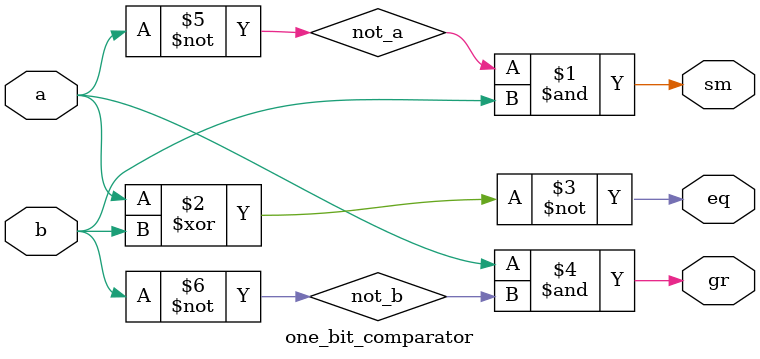
<source format=v>
module one_bit_comparator (
    input a,
    input b,
    output sm,
    output eq,
    output gr
);
    wire not_a;
    wire not_b;

    not not1(not_a,a);
    not not2(not_b,b);

    and and1(sm,not_a,b);
    xnor xnor1(eq,a,b);
    and and2(gr,a,not_b);
    
endmodule
</source>
